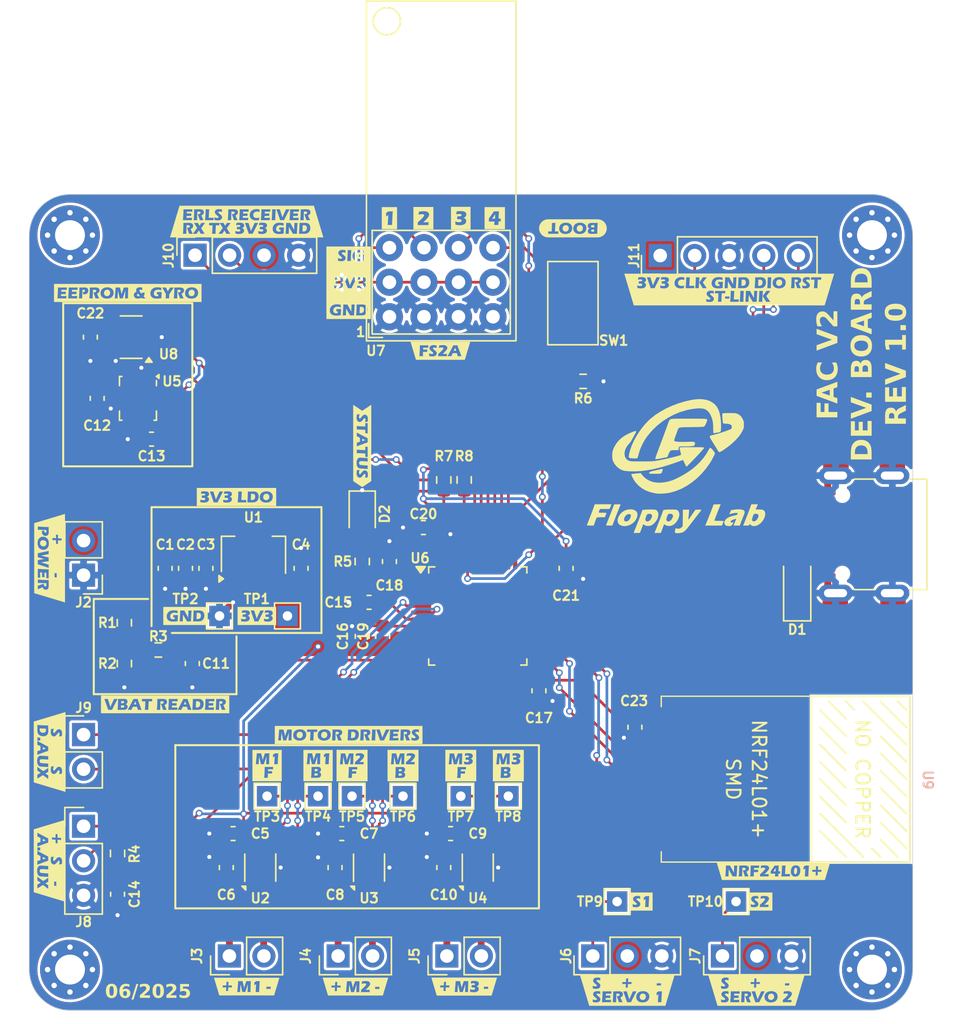
<source format=kicad_pcb>
(kicad_pcb (version 20241229) (generator "pcbnew") (generator_version "9.0")
  (title_block (title "Floppy Ant Controller V2 DEVELOPMENT BOARD") (date "2025-06-22") (rev "1.0") (company "Filippo Castellan"))
  (layers (0 "F.Cu" signal) (2 "B.Cu" signal) (13 "F.Paste" user) (15 "B.Paste" user) (5 "F.SilkS" user "F.Silkscreen") (7 "B.SilkS" user "B.Silkscreen") (1 "F.Mask" user) (3 "B.Mask" user) (25 "Edge.Cuts" user))
  (net 0 "")
  (net 1 "GND")
  (net 2 "+BATT")
  (net 3 "+3V3")
  (net 4 "/MCU and RX/VBAT")
  (net 5 "/MCU and RX/ADC1")
  (net 6 "/MCU and RX/RESET")
  (net 7 "/Power/VUSB")
  (net 8 "Net-(D2-A)")
  (net 9 "/DC Motors/M1+")
  (net 10 "/DC Motors/M1-")
  (net 11 "/DC Motors/M2-")
  (net 12 "/DC Motors/M2+")
  (net 13 "/DC Motors/M3-")
  (net 14 "/DC Motors/M3+")
  (net 15 "/MCU and RX/SERVO1")
  (net 16 "/MCU and RX/SERVO2")
  (net 17 "Net-(J8-Pin_2)")
  (net 18 "/MCU and RX/DIGITAL_AUX1")
  (net 19 "/MCU and RX/DIGITAL_AUX2")
  (net 20 "/MCU and RX/UART2_TX")
  (net 21 "/MCU and RX/UART2_RX")
  (net 22 "/Sensors/VBAT_DIV")
  (net 23 "/MCU and RX/BOOT0")
  (net 24 "/MCU and RX/I2C1_SDA")
  (net 25 "/MCU and RX/I2C1_SCL")
  (net 26 "/DC Motors/PWM_M1_B")
  (net 27 "/DC Motors/PWM_M1_F")
  (net 28 "/DC Motors/PWM_M2_F")
  (net 29 "/DC Motors/PWM_M2_B")
  (net 30 "/DC Motors/PWM_M3_B")
  (net 31 "/DC Motors/PWM_M3_F")
  (net 36 "/MCU and RX/CH1_PPM")
  (net 37 "/MCU and RX/USB_D-")
  (net 39 "/MCU and RX/SPI2_MISO")
  (net 41 "/MCU and RX/SPI2_SCK")
  (net 42 "/MCU and RX/USB_D+")
  (net 44 "/MCU and RX/CH2")
  (net 45 "/MCU and RX/SPI2_NSS")
  (net 47 "/MCU and RX/CH3")
  (net 48 "/MCU and RX/NRF24L01_CE")
  (net 49 "/MCU and RX/SPI2_MOSI")
  (net 51 "/MCU and RX/CH4")
  (net 57 "/MCU and RX/SWDIO")
  (net 58 "/MCU and RX/SWCLK")
  (net 59 "/MCU and RX/STATUS_LED")
  (net 60 "/MCU and RX/NRF24L01_IRQ")
  (footprint "kibuzzard-6859100F" (layer "F.Cu") (at 132.25 91.25)
    (property "Reference" "kibuzzard-6859100F" (hide yes))
    (property "Value" "G***" (hide yes))
  )
  (footprint "TestPoint:TestPoint_THTPad_1.5x1.5mm_Drill0.7mm" (layer "F.Cu") (at 160.25 121)
    (property "Reference" "TP9")
    (property "Value" "S1")
  )
  (footprint "TestPoint:TestPoint_THTPad_1.5x1.5mm_Drill0.7mm" (layer "F.Cu") (at 131 100)
    (property "Reference" "TP2")
    (property "Value" "GND")
  )
  (footprint "kibuzzard-6859109F" (layer "F.Cu") (at 157 71.5 180)
    (property "Reference" "kibuzzard-6859109F" (hide yes))
    (property "Value" "G***" (hide yes))
  )
  (footprint "Connector_PinHeader_2.54mm:PinHeader_1x02_P2.54mm_Vertical" (layer "F.Cu") (at 147.725 125 90)
    (property "Reference" "J5")
    (property "Value" "M3")
  )
  (footprint "Capacitor_SMD:C_0603_1608Metric" (layer "F.Cu") (at 140 116 180)
    (property "Reference" "C7")
    (property "Value" "100n")
  )
  (footprint "Capacitor_SMD:C_0603_1608Metric" (layer "F.Cu") (at 126 87 180)
    (property "Reference" "C13")
    (property "Value" "100n")
  )
  (footprint "kibuzzard-68591131" (layer "F.Cu") (at 152.25 111)
    (property "Reference" "kibuzzard-68591131" (hide yes))
    (property "Value" "G***" (hide yes))
  )
  (footprint "MountingHole:MountingHole_2.2mm_M2_Pad_Via" (layer "F.Cu") (at 179 126)
    (property "Reference" "H3" (hide yes))
    (property "Value" "MountingHole")
  )
  (footprint "Capacitor_SMD:C_0603_1608Metric" (layer "F.Cu") (at 127 96.5 -90)
    (property "Reference" "C1")
    (property "Value" "4.7u")
  )
  (footprint "LOGO" (layer "F.Cu") (at 165 89)
    (property "Reference" "G***" (hide yes))
    (property "Value" "LOGO" (hide yes))
  )
  (footprint "kibuzzard-68591071" (layer "F.Cu") (at 127 106.5)
    (property "Reference" "kibuzzard-68591071" (hide yes))
    (property "Value" "G***" (hide yes))
  )
  (footprint "Connector_PinHeader_2.54mm:PinHeader_1x02_P2.54mm_Vertical" (layer "F.Cu") (at 131.725 125 90)
    (property "Reference" "J3")
    (property "Value" "M1")
  )
  (footprint "kibuzzard-68590E57" (layer "F.Cu") (at 118.5 95.75 -90)
    (property "Reference" "kibuzzard-68590E57" (hide yes))
    (property "Value" "G***" (hide yes))
  )
  (footprint "Package_SON:WSON-8-1EP_2x2mm_P0.5mm_EP0.9x1.6mm" (layer "F.Cu") (at 134 118.5 90)
    (property "Reference" "U2")
    (property "Value" "DRV8837")
  )
  (footprint "kibuzzard-68590F5B" (layer "F.Cu") (at 168.5 76)
    (property "Reference" "kibuzzard-68590F5B" (hide yes))
    (property "Value" "G***" (hide yes))
  )
  (footprint "Capacitor_SMD:C_0603_1608Metric" (layer "F.Cu") (at 142 99 180)
    (property "Reference" "C15")
    (property "Value" "100n")
  )
  (footprint "TestPoint:TestPoint_THTPad_1.5x1.5mm_Drill0.7mm" (layer "F.Cu") (at 169 121)
    (property "Reference" "TP10")
    (property "Value" "S2")
  )
  (footprint "Connector_PinSocket_2.54mm:PinSocket_1x04_P2.54mm_Vertical" (layer "F.Cu") (at 129.2 73.475 90)
    (property "Reference" "J10")
    (property "Value" "ELRS")
  )
  (footprint "kibuzzard-68590DCB" (layer "F.Cu") (at 133 127.25)
    (property "Reference" "kibuzzard-68590DCB" (hide yes))
    (property "Value" "G***" (hide yes))
  )
  (footprint "Package_LGA:LGA-14_3x2.5mm_P0.5mm_LayoutBorder3x4y" (layer "F.Cu") (at 125 84 -90)
    (property "Reference" "U5")
    (property "Value" "LSM6DS3")
  )
  (footprint "kibuzzard-685910F4" (layer "F.Cu") (at 134.5 111)
    (property "Reference" "kibuzzard-685910F4" (hide yes))
    (property "Value" "G***" (hide yes))
  )
  (footprint "Connector_PinHeader_2.54mm:PinHeader_1x03_P2.54mm_Vertical" (layer "F.Cu") (at 121 115.46)
    (property "Reference" "J8")
    (property "Value" "ADC_AUX")
  )
  (footprint "Capacitor_SMD:C_0603_1608Metric" (layer "F.Cu") (at 128.5 96.5 -90)
    (property "Reference" "C2")
    (property "Value" "4.7u")
  )
  (footprint "Package_TO_SOT_SMD:SOT-23-5" (layer "F.Cu") (at 124.5 79.5 180)
    (property "Reference" "U8")
    (property "Value" "AT24C02C")
  )
  (footprint "Capacitor_SMD:C_0603_1608Metric" (layer "F.Cu") (at 141.5 101.5 90)
    (property "Reference" "C16")
    (property "Value" "4.7u")
  )
  (footprint "kibuzzard-68590DE3" (layer "F.Cu") (at 149 127.25)
    (property "Reference" "kibuzzard-68590DE3" (hide yes))
    (property "Value" "G***" (hide yes))
  )
  (footprint "kibuzzard-68591BA5" (layer "F.Cu") (at 148.75 70.75)
    (property "Reference" "kibuzzard-68591BA5" (hide yes))
    (property "Value" "G***" (hide yes))
  )
  (footprint "Connector_PinHeader_2.54mm:PinHeader_1x02_P2.54mm_Vertical" (layer "F.Cu") (at 139.725 125 90)
    (property "Reference" "J4")
    (property "Value" "M2")
  )
  (footprint "kibuzzard-68590DDD" (layer "F.Cu") (at 141 127.25)
    (property "Reference" "kibuzzard-68590DDD" (hide yes))
    (property "Value" "G***" (hide yes))
  )
  (footprint "Capacitor_SMD:C_0603_1608Metric" (layer "F.Cu") (at 132 116 180)
    (property "Reference" "C5")
    (property "Value" "100n")
  )
  (footprint "Connector_PinHeader_2.54mm:PinHeader_1x05_P2.54mm_Vertical" (layer "F.Cu") (at 163.42 73.5 90)
    (property "Reference" "J11")
    (property "Value" "ST-LINK")
  )
  (footprint "Package_QFP:LQFP-48_7x7mm_P0.5mm" (layer "F.Cu") (at 150 100)
    (property "Reference" "U6")
    (property "Value" "STM32F072CBTx")
  )
  (footprint "kibuzzard-68590DA6" (layer "F.Cu") (at 161 127.5)
    (property "Reference" "kibuzzard-68590DA6" (hide yes))
    (property "Value" "G***" (hide yes))
  )
  (footprint "kibuzzard-6859112C" (layer "F.Cu") (at 148.75 111)
    (property "Reference" "kibuzzard-6859112C" (hide yes))
    (property "Value" "G***" (hide yes))
  )
  (footprint "Capacitor_SMD:C_0603_1608Metric" (layer "F.Cu") (at 139.5 118.5 90)
    (property "Reference" "C8")
    (property "Value" "4.7u")
  )
  (footprint "Capacitor_SMD:C_0603_1608Metric" (layer "F.Cu") (at 131.5 118.5 90)
    (property "Reference" "C6")
    (property "Value" "4.7u")
  )
  (footprint "MountingHole:MountingHole_2.2mm_M2_Pad_Via" (layer "F.Cu") (at 120 72)
    (property "Reference" "H1" (hide yes))
    (property "Value" "MountingHole")
  )
  (footprint "Capacitor_SMD:C_0603_1608Metric" (layer "F.Cu") (at 123.5 120.46 90)
    (property "Reference" "C14")
    (property "Value" "100n")
  )
  (footprint "Capacitor_SMD:C_0603_1608Metric" (layer "F.Cu") (at 148 116 180)
    (property "Reference" "C9")
    (property "Value" "100n")
  )
  (footprint "Capacitor_SMD:C_0603_1608Metric" (layer "F.Cu") (at 122 84 -90)
    (property "Reference" "C12")
    (property "Value" "100n")
  )
  (footprint "Capacitor_SMD:C_0603_1608Metric" (layer "F.Cu") (at 137 96.5 90)
    (property "Reference" "C4")
    (property "Value" "4.7u")
  )
  (footprint "kibuzzard-685911EF" (layer "F.Cu") (at 170.75 121)
    (property "Reference" "kibuzzard-685911EF" (hide yes))
    (property "Value" "G***" (hide yes))
  )
  (footprint "kibuzzard-68591112" (layer "F.Cu") (at 138.25 111)
    (property "Reference" "kibuzzard-68591112" (hide yes))
    (property "Value" "G***" (hide yes))
  )
  (footprint "Connector_PinHeader_2.54mm:PinHeader_1x03_P2.54mm_Vertical" (layer "F.Cu") (at 158.46 125 90)
    (property "Reference" "J6")
    (property "Value" "servo 1")
  )
  (footprint "kibuzzard-68590F79" (layer "F.Cu") (at 171.75 118.75)
    (property "Reference" "kibuzzard-68590F79" (hide yes))
    (property "Value" "G***" (hide yes))
  )
  (footprint "Capacitor_SMD:C_0603_1608Metric" (layer "F.Cu") (at 146 93.5 180)
    (property "Reference" "C20")
    (property "Value" "100n")
  )
  (footprint "kibuzzard-68590E11" (layer "F.Cu") (at 118.5 118 -90)
    (property "Reference" "kibuzzard-68590E11" (hide yes))
    (property "Value" "G***" (hide yes))
  )
  (footprint "_My_modules:NRF24L01+ SMD" (layer "F.Cu") (at 175.5625 112 -90)
    (property "Reference" "U9")
    (property "Value" "NRF24L01")
  )
  (footprint "Resistor_SMD:R_0603_1608Metric" (layer "F.Cu") (at 126.5 102.5)
    (property "Reference" "R3")
    (property "Value" "10k")
  )
  (footprint "Diode_SMD:D_SOD-123" (layer "F.Cu") (at 173.5 98 90)
    (property "Reference" "D1")
    (property "Value" "SD103AWS")
  )
  (footprint "Resistor_SMD:R_0603_1608Metric" (layer "F.Cu") (at 123.5 117.46 -90)
    (property "Reference" "R4")
    (property "Value" "5.1k")
  )
  (footprint "kibuzzard-6859170A" (layer "F.Cu") (at 140.5 75.5)
    (property "Reference" "kibuzzard-6859170A" (hide yes))
    (property "Value" "G***" (hide yes))
  )
  (footprint "TestPoint:TestPoint_THTPad_1.5x1.5mm_Drill0.7mm" (layer "F.Cu") (at 148.75 113.25)
    (property "Reference" "TP7")
    (property "Value" "M3 IN1")
  )
  (footprint "Connector_PinHeader_2.54mm:PinHeader_1x02_P2.54mm_Vertical" (layer "F.Cu") (at 121 108.725)
    (property "Reference" "J9")
    (property "Value" "DIGITAL_AUX")
  )
  (footprint "kibuzzard-6859102F" (layer "F.Cu") (at 124.25 76.25)
    (property "Reference" "kibuzzard-6859102F" (hide yes))
    (property "Value" "G***" (hide yes))
  )
  (footprint "TestPoint:TestPoint_THTPad_1.5x1.5mm_Drill0.7mm" (layer "F.Cu") (at 144.5 113.25)
    (property "Reference" "TP6")
    (property "Value" "M2 IN2")
  )
  (footprint "kibuzzard-68590F1F" (layer "F.Cu") (at 147.25 80.5)
    (property "Reference" "kibuzzard-68590F1F" (hide yes))
    (property "Value" "G***" (hide yes))
  )
  (footprint "Resistor_SMD:R_0603_1608Metric" (layer "F.Cu") (at 124 100.5 -90)
    (property "Reference" "R1")
    (property "Value" "10k")
  )
  (footprint "kibuzzard-68591192" (layer "F.Cu") (at 128.5 100)
    (property "Reference" "kibuzzard-68591192" (hide yes))
    (property "Value" "G***" (hide yes))
  )
  (footprint "TestPoint:TestPoint_THTPad_1.5x1.5mm_Drill0.7mm" (layer "F.Cu") (at 138.25 113.25)
    (property "Reference" "TP4")
    (property "Value" "M1 IN2")
  )
  (footprint "kibuzzard-685916F6" (layer "F.Cu") (at 133 71)
    (property "Reference" "kibuzzard-685916F6" (hide yes))
    (property "Value" "G***" (hide yes))
  )
  (footprint "Package_SON:WSON-8-1EP_2x2mm_P0.5mm_EP0.9x1.6mm" (layer "F.Cu") (at 142 118.5 90)
    (property "Reference" "U3")
    (property "Value" "DRV8837")
  )
  (footprint "Package_SON:WSON-8-1EP_2x2mm_P0.5mm_EP0.9x1.6mm" (layer "F.Cu") (at 150 118.5 90)
    (property "Reference" "U4")
    (property "Value" "DRV8837")
  )
  (footprint "_My_modules:FS2A 4CH reciever" (layer "F.Cu") (at 143.5 78)
    (property "Reference" "U7")
    (property "Value" "FS2A 4CH reciever")
  )
  (footprint "TestPoint:TestPoint_THTPad_1.5x1.5mm_Drill0.7mm" (layer "F.Cu") (at 136 100)
    (property "Reference" "TP1")
    (property "Value" "3V3")
  )
  (footprint "kibuzzard-68590E35" (layer "F.Cu") (at 118.5 110 -90)
    (property "Reference" "kibuzzard-68590E35" (hide yes))
    (property "Value" "G***" (hide yes))
  )
  (footprint "Capacitor_SMD:C_0603_1608Metric" (layer "F.Cu") (at 130 96.5 -90)
    (property "Reference" "C3")
    (property "Value" "4.7u")
  )
  (footprint "Resistor_SMD:R_0603_1608Metric" (layer "F.Cu") (at 149 90 90)
    (property "Reference" "R8")
    (property "Value" "5.1k")
  )
  (footprint "MountingHole:MountingHole_2.2mm_M2_Pad_Via" (layer "F.Cu") (at 179 72)
    (property "Reference" "H2" (hide yes))
    (property "Value" "MountingHole")
  )
  (footprint "Resistor_SMD:R_0603_1608Metric" (layer "F.Cu") (at 141.5 96 90)
    (property "Reference" "R5")
    (property "Value" "1.5k")
  )
  (footprint "_MIA footprint:USB_C_304A-ACP16X" (layer "F.Cu") (at 180.5 94 90)
    (property "Reference" "J1" (hide yes))
    (property "Value" "USB-C_304A-ACP16X")
  )
  (footprint "Package_TO_SOT_SMD:SOT-89-3" (layer "F.Cu") (at 133.5 95.5 90)
    (property "Reference" "U1")
    (property "Value" "GM7333")
  )
  (footprint "TestPoint:TestPoint_THTPad_1.5x1.5mm_Drill0.7mm" (layer "F.Cu") (at 152.25 113.25)
    (property "Reference" "TP8")
    (property "Value" "M3 IN2")
  )
  (footprint "kibuzzard-685911E8" (layer "F.Cu") (at 162 121)
    (property "Reference" "kibuzzard-685911E8" (hide yes))
    (property "Value" "G***" (hide yes))
  )
  (footprint "LED_SMD:LED_0805_2012Metric" (layer "F.Cu") (at 141.5 92.5 -90)
    (property "Reference" "D2")
    (property "Value" "STATUS")
  )
  (footprint "TestPoint:TestPoint_THTPad_1.5x1.5mm_Drill0.7mm" (layer "F.Cu") (at 140.75 113.25)
    (property "Reference" "TP5")
    (property "Value" "M2 IN1")
  )
  (footprint "kibuzzard-68591B9B" (layer "F.Cu") (at 146 70.75)
    (property "Reference" "kibuzzard-68591B9B" (hide yes))
    (property "Value" "G***" (hide yes))
  )
  (footprint "Resistor_SMD:R_0603_1608Metric" (layer "F.Cu") (at 124 103.5 -90)
    (property "Reference" "R2")
    (property "Value" "1.5k")
  )
  (footprint "kibuzzard-6859111F" (layer "F.Cu") (at 140.75 111)
    (property "Reference" "kibuzzard-6859111F" (hide yes))
    (property "Value" "G***" (hide yes))
  )
  (footprint "Capacitor_SMD:C_0603_1608Metric" (layer "F.Cu") (at 129 103.5 90)
    (property "Reference" "C11")
    (property "Value" "4.7u")
  )
  (footprint "Button_Switch_SMD:SW_SPST_CK_RS282G05A3" (layer "F.Cu") (at 157 77 -90)
    (property "Reference" "SW1")
    (property "Value" "BOOT")
  )
  (footprint "Capacitor_SMD:C_0603_1608Metric" (layer "F.Cu") (at 121.5 79.5 -90)
    (property "Reference" "C22")
    (property "Value" "100n")
  )
  (footprint "Connector_PinHeader_2.54mm:PinHeader_1x03_P2.54mm_Vertical" (layer "F.Cu") (at 168 125 90)
    (property "Reference" "J7")
    (property "Value" "servo 2")
  )
  (footprint "kibuzzard-68591152" (layer "F.Cu") (at 141.5 87.5 -90)
    (property "Reference" "kibuzzard-68591152" (hide yes))
    (property "Value" "G***" (hide yes))
  )
  (footprint "Capacitor_SMD:C_0603_1608Metric" (layer "F.Cu") (at 161.561637 108.177973 -90)
    (property "Reference" "C23")
    (property "Value" "4.7u")
  )
  (footprint "TestPoint:TestPoint_THTPad_1.5x1.5mm_Drill0.7mm" (layer "F.Cu") (at 134.5 113.25)
    (property "Reference" "TP3")
    (property "Value" "M1 IN1")
  )
  (footprint "Capacitor_SMD:C_0603_1608Metric" (layer "F.Cu") (at 154.5 105.5 -90)
    (property "Reference" "C17")
    (property "Value" "100n")
  )
  (footprint "kibuzzard-68591B85" (layer "F.Cu") (at 143.5 70.75)
    (property "Reference" "kibuzzard-68591B85" (hide yes))
    (property "Value" "G***" (hide yes))
  )
  (footprint "kibuzzard-68590DB3" (layer "F.Cu") (at 170.5 127.5)
    (property "Reference" "kibuzzard-68590DB3" (hide yes))
    (property "Value" "G***" (hide yes))
  )
  (footprint "kibuzzard-6859119B" (layer "F.Cu") (at 133.75 100)
    (property "Reference" "kibuzzard-6859119B" (hide yes))
    (property "Value" "G***" (hide yes))
  )
  (footprint "Capacitor_SMD:C_0603_1608Metric" (layer "F.Cu") (at 156.5 96.5 -90)
    (property "Reference" "C21")
    (property "Value" "100n")
  )
  (footprint "Resistor_SMD:R_0603_1608Metric" (layer "F.Cu") (at 147.5 90 90)
    (property "Reference" "R7")
    (property "Value" "5.1k")
  )
  (footprint "Capacitor_SMD:C_0603_1608Metric" (layer "F.Cu") (at 143.5 96 90)
    (property "Reference" "C18")
    (property "Value" "100n")
  )
  (footprint "MountingHole:MountingHole_2.2mm_M2_Pad_Via" (layer "F.Cu") (at 120 126)
    (property "Reference" "H4" (hide yes))
    (property "Value" "MountingHole")
  )
  (footprint "kibuzzard-68591052" (layer "F.Cu") (at 140.5 108.75)
    (property "Reference" "kibuzzard-68591052" (hide yes))
    (property "Value" "G***" (hide yes))
  )
  (footprint "Capacitor_SMD:C_0603_1608Metric" (layer "F.Cu") (at 147.5 118.5 90)
    (property "Reference" "C10")
    (property "Value" "4.7u")
  )
  (footprint "Resistor_SMD:R_0603_1608Metric" (layer "F.Cu") (at 157.75 82.75)
    (property "Reference" "R6")
    (property "Value" "5.1k")
  )
  (footprint "Connector_PinHeader_2.54mm:PinHeader_1x02_P2.54mm_Vertical" (layer "F.Cu") (at 121 97 180)
    (property "Reference" "J2")
    (property "Value" "2s Battery")
  )
  (footprint "Capacitor_SMD:C_0603_1608Metric" (layer "F.Cu") (at 143 101.5 90)
    (property "Reference" "C19")
    (property "Value" "100n")
  )
  (footprint "kibuzzard-68591123" (layer "F.Cu") (at 144.5 111)
    (property "Reference" "kibuzzard-68591123" (hide yes))
    (property "Value" "G***" (hide yes))
  )
  (footprint "kibuzzard-68591BA8" (layer "F.Cu") (at 151.25 70.75)
    (property "Reference" "kibuzzard-68591BA8" (hide yes))
    (property "Value" "G***" (hide yes))
  )
  (gr_line (start 138.5 101.25) (end 127.5 101.25) (stroke (width 0.15)) (layer "F.SilkS"))
  (gr_line (start 132.25 105.75) (end 121.75 105.75) (stroke (width 0.15)) (layer "F.SilkS"))
  (gr_line (start 121.75 105.75) (end 121.75 98.75) (stroke (width 0.15)) (layer "F.SilkS"))
  (gr_line (start 138.5 101.25) (end 138.5 92) (stroke (width 0.15)) (layer "F.SilkS"))
  (gr_rect (start 119.5 77) (end 129 89) (stroke (width 0.15)) (fill no) (layer "F.SilkS"))
  (gr_line (start 138.5 92) (end 126 92) (stroke (width 0.15)) (layer "F.SilkS"))
  (gr_line (start 126 92) (end 126 100.75) (stroke (width 0.15)) (layer "F.SilkS"))
  (gr_line (start 121.75 98.75) (end 125.75 98.75) (stroke (width 0.15)) (layer "F.SilkS"))
  (gr_line (start 132.25 101.5) (end 132.25 105.75) (stroke (width 0.15)) (layer "F.SilkS"))
  (gr_rect (start 127.75 109.5) (end 154.5 121.5) (stroke (width 0.15)) (fill no) (layer "F.SilkS"))
  (gr_line (start 117 72) (end 117 126) (stroke (width 0.05)) (layer "Edge.Cuts"))
  (gr_arc (start 179 69) (mid 181.12132 69.87868) (end 182 72) (stroke (width 0.05)) (layer "Edge.Cuts"))
  (gr_arc (start 117 72) (mid 117.87868 69.87868) (end 120 69) (stroke (width 0.05)) (layer "Edge.Cuts"))
  (gr_arc (start 182 126) (mid 181.12132 128.12132) (end 179 129) (stroke (width 0.05)) (layer "Edge.Cuts"))
  (gr_arc (start 120 129) (mid 117.87868 128.12132) (end 117 126) (stroke (width 0.05)) (layer "Edge.Cuts"))
  (gr_line (start 179 69) (end 120 69) (stroke (width 0.05)) (layer "Edge.Cuts"))
  (gr_line (start 182 126) (end 182 72) (stroke (width 0.05)) (layer "Edge.Cuts"))
  (gr_line (start 120 129) (end 179 129) (stroke (width 0.05)) (layer "Edge.Cuts"))
  (gr_text "06/2025" (at 125.75 128.25 0) (layer "F.SilkS") (effects (font (size 1 1) (thickness 0.15) (bold yes)) (justify bottom)))
  (gr_text "FAC V2\nDEV. BOARD\nREV 1.0" (at 181.75 81.5 90) (layer "F.SilkS") (effects (font (size 1.5 1.5) (thickness 0.15) (bold yes)) (justify bottom)))
  (segment (start 129 104.275) (end 129 105.25) (width 0.5) (layer "F.Cu") (net 1))
  (segment (start 141.225 99) (end 140.5 99) (width 0.2) (layer "F.Cu") (net 1))
  (segment (start 138.775 117.725) (end 139.5 117.725) (width 0.5) (layer "F.Cu") (net 1))
  (segment (start 134 118.5) (end 135 118.5) (width 0.5) (layer "F.Cu") (net 1))
  (segment (start 142.826 119.04807) (end 142.826 118.674) (width 0.5) (layer "F.Cu") (net 1))
  (segment (start 155.475 106.275) (end 155.5 106.25) (width 0.2) (layer "F.Cu") (net 1))
  (segment (start 142 118.5) (end 143 118.5) (width 0.5) (layer "F.Cu") (net 1))
  (segment (start 125.6375 79.5) (end 126.75 79.5) (width 0.5) (layer "F.Cu") (net 1))
  (segment (start 150.826 118.576) (end 150.826 119.45) (width 0.5) (layer "F.Cu") (net 1))
  (segment (start 154.5 106.275) (end 155.475 106.275) (width 0.2) (layer "F.Cu") (net 1))
  (segment (start 147.75 94.223526) (end 147.75 95.8375) (width 0.2) (layer "F.Cu") (net 1))
  (segment (start 143 118.5) (end 143.5 118.5) (width 0.5) (layer "F.Cu") (net 1))
  (segment (start 121.5 81.25) (end 121.5 80.275) (width 0.5) (layer "F.Cu") (net 1))
  (segment (start 157.75 97.275) (end 156.5 97.275) (width 0.2) (layer "F.Cu") (net 1))
  (segment (start 141.5 100.725) (end 143 100.725) (width 0.2) (layer "F.Cu") (net 1))
  (segment (start 139.225 116) (end 138.25 116) (width 0.5) (layer "F.Cu") (net 1))
  (segment (start 175.745 90.255) (end 176.32 89.68) (width 0.5) (layer "F.Cu") (net 1))
  (segment (start 160.75 108.952973) (end 161.561637 108.952973) (width 0.5) (layer "F.Cu") (net 1))
  (segment (start 155.25 97.75) (end 155.725 97.275) (width 0.2) (layer "F.Cu") (net 1))
  (segment (start 150.75 118.5) (end 150.826 118.576) (width 0.5) (layer "F.Cu") (net 1))
  (segment (start 175.745 90.8) (end 175.745 90.255) (width 0.5) (layer "F.Cu") (net 1))
  (segment (start 143.025 100.75) (end 143 100.725) (width 0.2) (layer "F.Cu") (net 1))
  (segment (start 153.591176 106.275) (end 154.5 106.275) (width 0.2) (layer "F.Cu") (net 1))
  (segment (start 138.75 117.75) (end 138.775 117.725) (width 0.5) (layer "F.Cu") (net 1))
  (segment (start 161.595 108.87) (end 161.561637 108.903363) (width 0.5) (layer "F.Cu") (net 1))
  (segment (start 140.775 100.725) (end 141.5 100.725) (width 0.2) (layer "F.Cu") (net 1))
  (segment (start 140.75 100.75) (end 140.775 100.725) (width 0.2) (layer "F.Cu") (net 1))
  (segment (start 130.25 117.719672) (end 130.255328 117.725) (width 0.5) (layer "F.Cu") (net 1))
  (segment (start 130 97.275) (end 130 98) (width 0.5) (layer "F.Cu") (net 1))
  (segment (start 124 105.25) (end 124 104.325) (width 0.5) (layer "F.Cu") (net 1))
  (segment (start 135 118.5) (end 135.5 118.5) (width 0.5) (layer "F.Cu") (net 1))
  (segment (start 142.826 118.674) (end 143 118.5) (width 0.5) (layer "F.Cu") (net 1))
  (segment (start 138.25 117.75) (end 138.75 117.75) (width 0.5) (layer "F.Cu") (net 1))
  (segment (start 141.5 91.5625) (end 141.5 90.75) (width 0.2) (layer "F.Cu") (net 1))
  (segment (start 125.225 87) (end 124.25 87) (width 0.5) (layer "F.Cu") (net 1))
  (segment (start 147.225 116) (end 146.25 116) (width 0.5) (layer "F.Cu") (net 1))
  (segment (start 123.5 121.235) (end 123.5 122) (width 0.5) (layer "F.Cu") (net 1))
  (segment (start 132 99) (end 131 100) (width 0.5) (layer "F.Cu") (net 1))
  (segment (start 147.986763 93.986763) (end 147.75 94.223526) (width 0.2) (layer "F.Cu") (net 1))
  (segment (start 158.575 82.75) (end 159.25 82.75) (width 0.5) (layer "F.Cu") (net 1))
  (segment (start 145.225 93.5) (end 144.5 93.5) (width 0.2) (layer "F.Cu") (net 1))
  (segment (start 142.826 119.04807) (end 142.826 119.45) (width 0.5) (layer "F.Cu") (net 1))
  (segment (start 123 84.75) (end 122.975 84.775) (width 0.5) (layer "F.Cu") (net 1))
  (segment (start 145.8375 100.75) (end 143.025 100.75) (width 0.2) (layer "F.Cu") (net 1))
  (segment (start 127 97.275) (end 127 98) (width 0.5) (layer "F.Cu") (net 1))
  (segment (start 132 97.45) (end 132 99) (width 0.5) (layer "F.Cu") (net 1))
  (segment (start 152.25 104.1625) (end 152.25 104.933824) (width 0.2) (layer "F.Cu") (net 1))
  (segment (start 161.561637 108.903363) (end 161.561637 108.952973) (width 0.5) (layer "F.Cu") (net 1))
  (segment (start 152.25 104.933824) (end 153.591176 106.275) (width 0.2) (layer "F.Cu") (net 1))
  (segment (start 134.826 118.674) (end 134.826 119.45) (width 0.5) (layer "F.Cu") (net 1))
  (segment (start 137 95.725) (end 137 95) (width 0.2) (layer "F.Cu") (net 1))
  (segment (start 164.0625 108.87) (end 161.595 108.87) (width 0.5) (layer "F.Cu") (net 1))
  (segment (start 128.5 97.275) (end 128.5 98) (width 0.5) (layer "F.Cu") (net 1))
  (segment (start 135 118.5) (end 134.826 118.674) (width 0.5) (layer "F.Cu") (net 1))
  (segment (start 150 118.5) (end 150.75 118.5) (width 0.5) (layer "F.Cu") (net 1))
  (segment (start 131.225 116) (end 130.25 116) (width 0.5) (layer "F.Cu") (net 1))
  (segment (start 155.725 97.275) (end 156.5 97.275) (width 0.2) (layer "F.Cu") (net 1))
  (segment (start 122.975 84.775) (end 122 84.775) (width 0.5) (layer "F.Cu") (net 1))
  (segment (start 143.5 95.225) (end 143.5 94.5) (width 0.2) (layer "F.Cu") (net 1))
  (segment (start 130.255328 117.725) (end 131.5 117.725) (width 0.5) (layer "F.Cu") (net 1))
  (segment (start 142.826 118.5) (end 142.826 119.04807) (width 0.5) (layer "F.Cu") (net 1))
  (segment (start 142 118.5) (end 142.826 118.5) (width 0.5) (layer "F.Cu") (net 1))
  (segment (start 146.25 117.725) (end 147.5 117.725) (width 0.5) (layer "F.Cu") (net 1))
  (segment (start 150.75 118.5) (end 151.5 118.5) (width 0.5) (layer "F.Cu") (net 1))
  (segment (start 154.1625 97.75) (end 155.25 97.75) (width 0.2) (layer "F.Cu") (net 1))
  (segment (start 175.745 97.2) (end 175.745 97.745) (width 0.5) (layer "F.Cu") (net 1))
  (segment (start 123.3625 81.25) (end 123.3625 80.45) (width 0.5) (layer "F.Cu") (net 1))
  (segment (start 175.745 97.745) (end 176.32 98.32) (width 0.5) (layer "F.Cu") (net 1))
  (via (at 143.5 118.5) (size 0.6) (drill 0.3) (layers "F.Cu" "B.Cu") (net 1))
  (via (at 123.5 122) (size 0.6) (drill 0.3) (layers "F.Cu" "B.Cu") (net 1))
  (via (at 135.5 118.5) (size 0.6) (drill 0.3) (layers "F.Cu" "B.Cu") (net 1))
  (via (at 141.5 90.75) (size 0.6) (drill 0.3) (layers "F.Cu" "B.Cu") (net 1))
  (via (at 159.25 82.75) (size 0.6) (drill 0.3) (layers "F.Cu" "B.Cu") (net 1))
  (via (at 160.75 108.952973) (size 0.6) (drill 0.3) (layers "F.Cu" "B.Cu") (net 1))
  (via (at 121.5 81.25) (size 0.6) (drill 0.3) (layers "F.Cu" "B.Cu") (net 1))
  (via (at 144.5 93.5) (size 0.6) (drill 0.3) (layers "F.Cu" "B.Cu") (net 1))
  (via (at 151.5 118.5) (size 0.6) (drill 0.3) (layers "F.Cu" "B.Cu") (net 1))
  (via (at 146.25 117.725) (size 0.6) (drill 0.3) (layers "F.Cu" "B.Cu") (net 1))
  (via (at 143.5 94.5) (size 0.6) (drill 0.3) (layers "F.Cu" "B.Cu") (net 1))
  (via (at 130.25 117.719672) (size 0.6) (drill 0.3) (layers "F.Cu" "B.Cu") (net 1))
  (via (at 138.25 116) (size 0.6) (drill 0.3) (layers "F.Cu" "B.Cu") (net 1))
  (via (at 129 105.25) (size 0.6) (drill 0.3) (layers "F.Cu" "B.Cu") (net 1))
  (via (at 157.75 97.275) (size 0.6) (drill 0.3) (layers "F.Cu" "B.Cu") (net 1))
  (via (at 147.986763 93.986763) (size 0.6) (drill 0.3) (layers "F.Cu" "B.Cu") (net 1))
  (via (at 130.25 116) (size 0.6) (drill 0.3) (layers "F.Cu" "B.Cu") (net 1))
  (via (at 124.25 87) (size 0.6) (drill 0.3) (layers "F.Cu" "B.Cu") (net 1))
  (via (at 132 99) (size 0.5) (drill 0.3) (layers "F.Cu" "B.Cu") (net 1))
  (via (at 123 84.75) (size 0.6) (drill 0.3) (layers "F.Cu" "B.Cu") (net 1))
  (via (at 130 98) (size 0.6) (drill 0.3) (layers "F.Cu" "B.Cu") (net 1))
  (via (at 127 98) (size 0.6) (drill 0.3) (layers "F.Cu" "B.Cu") (net 1))
  (via (at 137 95) (size 0.6) (drill 0.3) (layers "F.Cu" "B.Cu") (net 1))
  (via (at 125.25 81.75) (size 0.5) (drill 0.3) (layers "F.Cu" "B.Cu") (net 1))
  (via (at 128.5 98) (size 0.6) (drill 0.3) (layers "F.Cu" "B.Cu") (net 1))
  (via (at 155.5 106.25) (size 0.6) (drill 0.3) (layers "F.Cu" "B.Cu") (net 1))
  (via (at 126.75 79.5) (size 0.6) (drill 0.3) (layers "F.Cu" "B.Cu") (net 1))
  (via (at 146.25 116) (size 0.6) (drill 0.3) (layers "F.Cu" "B.Cu") (net 1))
  (via (at 140.5 99) (size 0.6) (drill 0.3) (layers "F.Cu" "B.Cu") (net 1))
  (via (at 140.75 100.75) (size 0.6) (drill 0.3) (layers "F.Cu" "B.Cu") (net 1))
  (via (at 123.3625 81.25) (size 0.6) (drill 0.3) (layers "F.Cu" "B.Cu") (net 1))
  (via (at 138.25 117.75) (size 0.6) (drill 0.3) (layers "F.Cu" "B.Cu") (net 1))
  (via (at 124 105.25) (size 0.6) (drill 0.3) (layers "F.Cu" "B.Cu") (net 1))
  (segment (start 139.5 119.275) (end 139.675 119.45) (width 0.5) (layer "F.Cu") (net 2))
  (segment (start 127 95.725) (end 128.5 95.725) (width 0.5) (layer "F.Cu") (net 2))
  (segment (start 170.54 125) (end 170.54 122.96) (width 0.5) (layer "F.Cu") (net 2))
  (segment (start 133.5 96) (end 133.225 95.725) (width 0.5) (layer "F.Cu") (net 2))
  (segment (start 147.5 119.275) (end 147.675 119.45) (width 0.5) (layer "F.Cu") (net 2))
  (segment (start 124 97.65) (end 124 96.5) (width 0.5) (layer "F.Cu") (net 2))
  (segment (start 128.5 95.725) (end 130 95.725) (width 0.5) (layer "F.Cu") (net 2))
  (segment (start 133.5 97.3625) (end 133.5 96) (width 0.5) (layer "F.Cu") (net 2))
  (segment (start 131.5 119.275) (end 131.675 119.45) (width 0.5) (layer "F.Cu") (net 2))
  (segment (start 170.54 122.96) (end 173.5 120) (width 0.5) (layer "F.Cu") (net 2))
  (segment (start 121.11 94.35) (end 121 94.46) (width 0.5) (layer "F.Cu") (net 2))
  (segment (start 139.675 119.45) (end 141.174 119.45) (width 0.5) (layer "F.Cu") (net 2))
  (segment (start 173.5 120) (end 173.5 99.65) (width 0.5) (layer "F.Cu") (net 2))
  (segment (start 147.675 119.45) (end 149.174 119.45) (width 0.5) (layer "F.Cu") (net 2))
  (segment (start 131.675 119.45) (end 133.174 119.45) (width 0.5) (layer "F.Cu") (net 2))
  (segment (start 124 96.5) (end 124.775 95.725) (width 0.5) (layer "F.Cu") (net 2))
  (segment (start 133.225 95.725) (end 130 95.725) (width 0.5) (layer "F.Cu") (net 2))
  (segment (start 124 97.65) (end 124 99.675) (width 0.5) (layer "F.Cu") (net 2))
  (segment (start 124.775 95.725) (end 127 95.725) (width 0.5) (layer "F.Cu") (net 2))
  (segment (start 148.775 116) (end 148.775 115.025) (width 0.2) (layer "F.Cu") (net 3))
  (segment (start 135 99) (end 136 100) (width 0.2) (layer "F.Cu") (net 3))
  (segment (start 148.775 115.025) (end 148.25 114.5) (width 0.2) (layer "F.Cu") (net 3))
  (segment (start 136 114.5) (end 132.775 114.5) (width 0.2) (layer "F.Cu") (net 3))
  (segment (start 140.75 114.5) (end 136 114.5) (width 0.2) (layer "F.Cu") (net 3))
  (segment (start 151.5 101.25) (end 150.608824 101.25) (width 0.2) (layer "F.Cu") (net 3))
  (segment (start 149.75 117.55) (end 149.25 117.55) (width 0.2) (layer "F.Cu") (net 3))
  (segment (start 134.28 70.53) (end 134.25 70.5) (width 0.2) (layer "F.Cu") (net 3))
  (segment (start 121.675 78.55) (end 121.5 78.725) (width 0.2) (layer "F.Cu") (net 3))
  (segment (start 141.75 117.55) (end 141.25 117.55) (width 0.2) (layer "F.Cu") (net 3))
  (segment (start 129.5 114.5) (end 128.54 115.46) (width 0.2) (layer "F.Cu") (net 3))
  (segment (start 120.5 83.225) (end 120.5 85.099943) (width 0.2) (layer "F.Cu") (net 3))
  (segment (start 152.75 104.1625) (end 153.9375 104.1625) (width 0.2) (layer "F.Cu") (net 3))
  (segment (start 134.25 70.5) (end 133.5 70.5) (width 0.2) (layer "F.Cu") (net 3))
  (segment (start 138.25 102.25) (end 136 100) (width 0.2) (layer "F.Cu") (net 3))
  (segment (start 136.265 75.46) (end 134.28 73.475) (width 0.2) (layer "F.Cu") (net 3))
  (segment (start 124.75 70.5) (end 123.3625 71.8875) (width 0.2) (layer "F.Cu") (net 3))
  (segment (start 152.75 104.1625) (end 152.75 102.5) (width 0.2) (layer "F.Cu") (net 3))
  (segment (start 157.475 104.725) (end 154.5 104.725) (width 0.2) (layer "F.Cu") (net 3))
  (segment (start 133.5 70.5) (end 156 70.5) (width 0.2) (layer "F.Cu") (net 3))
  (segment (start 161.875 107.6) (end 161.677973 107.402973) (width 0.2) (layer "F.Cu") (net 3))
  (segment (start 140.775 116) (end 140.775 114.525) (width 0.2) (layer "F.Cu") (net 3))
  (segment (start 123.3625 78.55) (end 121.675 78.55) (width 0.2) (layer "F.Cu") (net 3))
  (segment (start 148.58 75.46) (end 146.04 75.46) (width 0.2) (layer "F.Cu") (net 3))
  (segment (start 133.25 117.25) (end 133.25 117.55) (width 0.2) (layer "F.Cu") (net 3))
  (segment (start 149.25 117.55) (end 149.25 117.25) (width 0.2) (layer "F.Cu") (net 3))
  (segment (start 140 96) (end 142.725 96) (width 0.2) (layer "F.Cu") (net 3))
  (segment (start 146 89.25) (end 146.075 89.175) (width 0.2) (layer "F.Cu") (net 3))
  (segment (start 124.25 85.526848) (end 124.723152 86) (width 0.2) (layer "F.Cu") (net 3))
  (segment (start 141.25 117.25) (end 140.775 116.775) (width 0.2) (layer "F.Cu") (net 3))
  (segment (start 146 91.375) (end 146 91.5) (width 0.2) (layer "F.Cu") (net 3))
  (segment (start 157 71.5) (end 157 73.1) (width 0.2) (layer "F.Cu") (net 3))
  (segment (start 152.75 102.5) (end 151.5 101.25) (width 0.2) (layer "F.Cu") (net 3))
  (segment (start 125.9125 84.5) (end 126.5 84.5) (width 0.2) (layer "F.Cu") (net 3))
  (segment (start 156.5 95.725) (end 156.5 94.5) (width 0.2) (layer "F.Cu") (net 3))
  (segment (start 124.0875 83.5) (end 123.5 83.5) (width 0.2) (layer "F.Cu") (net 3))
  (segment (start 143.5 75.46) (end 146.04 75.46) (width 0.2) (layer "F.Cu") (net 3))
  (segment (start 149.25 117.25) (end 148.775 116.775) (width 0.2) (layer "F.Cu") (net 3))
  (segment (start 138.725 97.275) (end 140 96) (width 0.2) (layer "F.Cu") (net 3))
  (segment (start 134.28 73.475) (end 134.28 70.53) (width 0.2) (layer "F.Cu") (net 3))
  (segment (start 132.775 116) (end 132.775 116.775) (width 0.2) (layer "F.Cu") (net 3))
  (segment (start 164.0625 107.6) (end 161.875 107.6) (width 0.2) (layer "F.Cu") (net 3))
  (segment (start 126.5 84.5) (end 126.775 84.775) (width 0.2) (layer "F.Cu") (net 3))
  (segment (start 154.1625 96.8375) (end 155.275 95.725) (width 0.2) (layer "F.Cu") (net 3))
  (segment (start 154.1625 97.25) (end 154.1625 96.8375) (width 0.2) (layer "F.Cu") (net 3))
  (segment (start 120.5 85.099943) (end 121.400057 86) (width 0.2) (layer "F.Cu") (net 3))
  (segment (start 141.25 117.55) (end 141.25 117.25) (width 0.2) (layer "F.Cu") (net 3))
  (segment (start 155.275 95.725) (end 156.5 95.725) (width 0.2) (layer "F.Cu") (net 3))
  (segment (start 141.5 102.275) (end 138.275 102.275) (width 0.2) (layer "F.Cu") (net 3))
  (segment (start 123.5 83.5) (end 123.225 83.225) (width 0.2) (layer "F.Cu") (net 3))
  (segment (start 126.75 86) (end 126.775 86.025) (width 0.2) (layer "F.Cu") (net 3))
  (segment (start 150.608824 101.25) (end 145.8375 101.25) (width 0.2) (layer "F.Cu") (net 3))
  (segment (start 126.775 86.025) (end 126.775 87) (width 0.2) (layer "F.Cu") (net 3))
  (segment (start 132.775 114.5) (end 132.775 116) (width 0.2) (layer "F.Cu") (net 3))
  (segment (start 124.723152 86) (end 126.75 86) (width 0.2) (layer "F.Cu") (net 3))
  (segment (start 142.725 96) (end 143.5 96.775) (width 0.2) (layer "F.Cu") (net 3))
  (segment (start 140.775 116.775) (end 140.775 116) (width 0.2) (layer "F.Cu") (net 3))
  (segment (start 161.561637 107.402973) (end 160.152973 107.402973) (width 0.2) (layer "F.Cu") (net 3))
  (segment (start 137 97.275) (end 138.725 97.275) (width 0.2) (layer "F.Cu") (net 3))
  (segment (start 124.25 85.1625) (end 124.25 85.526848) (width 0.2) (layer "F.Cu") (net 3))
  (segment (start 145.8375 101.25) (end 144.025 101.25) (width 0.2) (layer "F.Cu") (net 3))
  (segment (start 137 97.275) (end 135.175 97.275) (width 0.2) (layer "F.Cu") (net 3))
  (segment (start 156 70.5) (end 157 71.5) (width 0.2) (layer "F.Cu") (net 3))
  (segment (start 123.3625 71.8875) (end 123.3625 78.55) (width 0.2) (layer "F.Cu") (net 3))
  (segment (start 143.5 75.46) (end 136.265 75.46) (width 0.2) (layer "F.Cu") (net 3))
  (segment (start 135 97.45) (end 135 99) (width 0.2) (layer "F.Cu") (net 3))
  (segment (start 121.025 78.725) (end 121.5 78.725) (width 0.2) (layer "F.Cu") (net 3))
  (segment (start 157.4 73.5) (end 157 73.1) (width 0.2) (layer "F.Cu") (net 3))
  (segment (start 120.5 79.25) (end 121.025 78.725) (width 0.2) (layer "F.Cu") (net 3))
  (segment (start 149 89.175) (end 147.5 89.175) (width 0.2) (layer "F.Cu") (net 3))
  (segment (start 153.9375 104.1625) (end 154.5 104.725) (width 0.2) (layer "F.Cu") (net 3))
  (segment (start 126.775 87) (end 130.25 87) (width 0.2) (layer "F.Cu") (net 3))
  (segment (start 120.5 83.225) (end 120.5 79.25) (width 0.2) (layer "F.Cu") (net 3))
  (segment (start 121.400057 86) (end 124.723152 86) (width 0.2) (layer "F.Cu") (net 3))
  (segment (start 122 83.225) (end 120.5 83.225) (width 0.2) (layer "F.Cu") (net 3))
  (segment (start 146.775 92.275) (end 146.775 93.5) (width 0.2) (layer "F.Cu") (net 3))
  (segment (start 144.025 101.25) (end 143 102.275) (width 0.2) (layer "F.Cu") (net 3))
  (segment (start 132.775 116.775) (end 133.25 117.25) (width 0.2) (layer "F.Cu") (net 3))
  (segment (start 135.175 97.275) (end 135 97.45) (width 0.2) (layer "F.Cu") (net 3))
  (segment (start 126.775 84.775) (end 126.775 86.025) (width 0.2) (layer "F.Cu") (net 3))
  (segment (start 146.075 89.175) (end 147.5 89.175) (width 0.2) (layer "F.Cu") (net 3))
  (segment (start 161.677973 107.402973) (end 161.561637 107.402973) (width 0.2) (layer "F.Cu") (net 3))
  (segment (start 148.775 116.775) (end 148.775 116) (width 0.2) (layer "F.Cu") (net 3))
  (segment (start 133.25 117.55) (end 133.75 117.55) (width 0.2) (layer "F.Cu") (net 3))
  (segment (start 138.275 102.275) (end 138.25 102.25) (width 0.2) (layer "F.Cu") (net 3))
  (segment (start 128.54 115.46) (end 121 115.46) (width 0.2) (layer "F.Cu") (net 3))
  (segment (start 140.775 114.525) (end 140.75 114.5) (width 0.2) (layer "F.Cu") (net 3))
  (segment (start 143 102.275) (end 141.5 102.275) (width 0.2) (layer "F.Cu") (net 3))
  (segment (start 148.25 114.5) (end 140.75 114.5) (width 0.2) (layer "F.Cu") (net 3))
  (segment (start 130.25 87) (end 135 91.75) (width 0.2) (layer "F.Cu") (net 3))
  (segment (start 135 91.75) (end 135 97.45) (width 0.2) (layer "F.Cu") (net 3))
  (segment (start 151.12 75.46) (end 148.58 75.46) (width 0.2) (layer "F.Cu") (net 3))
  (segment (start 160.152973 107.402973) (end 157.475 104.725) (width 0.2) (layer "F.Cu") (net 3))
  (segment (start 146 91.5) (end 146.775 92.275) (width 0.2) (layer "F.Cu") (net 3))
  (segment (start 133.5 70.5) (end 124.75 70.5) (width 0.2) (layer "F.Cu") (net 3))
  (segment (start 163.42 73.5) (end 157.4 73.5) (width 0.2) (layer "F.Cu") (net 3))
  (segment (start 123.225 83.225) (end 122 83.225) (width 0.2) (layer "F.Cu") (net 3))
  (via (at 132.775 114.55) (size 0.5) (drill 0.3) (layers "F.Cu" "B.Cu") (net 3))
  (via (at 129.5 114.5) (size 0.5) (drill 0.3) (layers "F.Cu" "B.Cu") (net 3))
  (via (at 156.5 94.5) (size 0.5) (drill 0.3) (layers "F.Cu" "B.Cu") (net 3))
  (via (at 146 89.25) (size 0.5) (drill 0.3) (layers "F.Cu" "B.Cu") (net 3))
  (via (at 138.25 102.25) (size 0.5) (drill 0.3) (layers "F.Cu" "B.Cu") (net 3))
  (via (at 146 91.375) (size 0.5) (drill 0.3) (layers "F.Cu" "B.Cu") (net 3))
  (segment (start 146 91.375) (end 153.375 91.375) (width 0.2) (layer "B.Cu") (net 3))
  (segment (start 132.775 107.725) (end 132.775 114.55) (width 0.2) (layer "B.Cu") (net 3))
  (segment (start 129.55 114.55) (end 132.775 114.55) (width 0.2) (layer "B.Cu") (net 3))
  (segment (start 146 89.25) (end 146 91.375) (width 0.2) (layer "B.Cu") (net 3))
  (segment (start 138.25 102.25) (end 132.775 107.725) (width 0.2) (layer "B.Cu") (net 3))
  (segment (start 153.375 91.375) (end 156.5 94.5) (width 0.2) (layer "B.Cu") (net 3))
  (segment (start 129.5 114.5) (end 129.55 114.55) (width 0.2) (layer "B.Cu") (net 3))
  (segment (start 127.325 102.5) (end 128.775 102.5) (width 0.2) (layer "F.Cu") (net 4))
  (segment (start 128.775 102.5) (end 129 102.725) (width 0.2) (layer "F.Cu") (net 4))
  (segment (start 145.100002 101.75) (end 143.600002 103.25) (width 0.2) (layer "F.Cu") (net 4))
  (segment (start 143.600002 103.25) (end 130.5 103.25) (width 0.2) (layer "F.Cu") (net 4))
  (segment (start 129.975 102.725) (end 129 102.725) (width 0.2) (layer "F.Cu") (net 4))
  (segment (start 145.8375 101.75) (end 145.100002 101.75) (width 0.2) (layer "F.Cu") (net 4))
  (segment (start 130.5 103.25) (end 129.975 102.725) (width 0.2) (layer "F.Cu") (net 4))
  (segment (start 145.09639 102.25) (end 143.74539 103.601) (width 0.2) (layer "F.Cu") (net 5))
  (segment (start 123.5 119.685) (end 123.5 118.285) (width 0.2) (layer "F.Cu") (net 5))
  (segment (start 142.149 103.601) (end 134 111.75) (width 0.2) (layer "F.Cu") (net 5))
  (segment (start 134 111.75) (end 133.25 111.75) (width 0.2) (layer "F.Cu") (net 5))
  (segment (start 133.25 111.75) (end 126.715 118.285) (width 0.2) (layer "F.Cu") (net 5))
  (segment (start 145.8375 102.25) (end 145.09639 102.25) (width 0.2) (layer "F.Cu") (net 5))
  (segment (start 143.74539 103.601) (end 142.149 103.601) (width 0.2) (layer "F.Cu") (net 5))
  (segment (start 126.715 118.285) (end 123.5 118.285) (width 0.2) (layer "F.Cu") (net 5))
  (segment (start 170.25 77.47) (end 170.25 79.75) (width 0.2) (layer "F.Cu") (net 6))
  (segment (start 173.58 74.92) (end 173.58 73.5) (width 0.2) (layer "F.Cu") (net 6))
  (segment (start 142.775 99) (end 142.775 99.225) (width 0.2) (layer "F.Cu") (net 6))
  (segment (start 171.75 76.75) (end 173.58 74.92) (width 0.2) (layer "F.Cu") (net 6))
  (segment (start 170.25 79.75) (end 149.75 100.25) (width 0.2) (layer "F.Cu") (net 6))
  (segment (start 171.75 77.47) (end 171.75 76.75) (width 0.2) (layer "F.Cu") (net 6))
  (segment (start 142.775 99) (end 143.5 99) (width 0.2) (layer "F.Cu") (net 6))
  (segment (start 144.75 100.25) (end 145.8375 100.25) (width 0.2) (layer "F.Cu") (net 6))
  (segment (start 149.75 100.25) (end 145.8375 100.25) (width 0.2) (layer "F.Cu") (net 6))
  (segment (start 143.5 99) (end 144.75 100.25) (width 0.2) (layer "F.Cu") (net 6))
  (via (at 170.25 77.47) (size 0.5) (drill 0.3) (layers "F.Cu" "B.Cu") (net 6))
  (via (at 171.75 77.47) (size 0.5) (drill 0.3) (layers "F.Cu" "B.Cu") (net 6))
  (segment (start 171.75 77.47) (end 170.25 77.47) (width 0.2) (layer "B.Cu") (net 6))
  (segment (start 173.5 96.35) (end 173.9 96.35) (width 0.5) (layer "F.Cu") (net 7))
  (segment (start 173.9 96.35) (end 173.95 96.4) (width 0.5) (layer "F.Cu") (net 7))
  (segment (start 177.25 95.498335) (end 176.348335 96.4) (width 0.2) (layer "F.Cu") (net 7))
  (segment (start 173.95 96.4) (end 175.745 96.4) (width 0.5) (layer "F.Cu") (net 7))
  (segment (start 177.25 92.501665) (end 177.25 95.498335) (width 0.2) (layer "F.Cu") (net 7))
  (segment (start 176.348335 91.6) (end 177.25 92.501665) (width 0.2) (layer "F.Cu") (net 7))
  (segment (start 175.745 91.6) (end 176.348335 91.6) (width 0.2) (layer "F.Cu") (net 7))
  (segment (start 176.348335 96.4) (end 175.745 96.4) (width 0.2) (layer "F.Cu") (net 7))
  (segment (start 141.5 95.175) (end 141.5 93.4375) (width 0.2) (layer "F.Cu") (net 8))
  (segment (start 133.75 120) (end 133.75 119.45) (width 0.2) (layer "F.Cu") (net 9))
  (segment (start 131.725 125) (end 131.725 122.025) (width 0.5) (layer "F.Cu") (net 9))
  (segment (start 131.725 122.025) (end 133.5 120.25) (width 0.5) (layer "F.Cu") (net 9))
  (segment (start 133.5 120.25) (end 133.75 120) (width 0.2) (layer "F.Cu") (net 9))
  (segment (start 134.25 119.45) (end 134.25 120.25) (width 0.2) (layer "F.Cu") (net 10))
  (segment (start 134.25 124.985) (end 134.25 120.25) (width 0.5) (layer "F.Cu") (net 10))
  (segment (start 134.265 125) (end 134.25 124.985) (width 0.5) (layer "F.Cu") (net 10))
  (segment (start 142.25 119.45) (end 142.25 120.25) (width 0.2) (layer "F.Cu") (net 11))
  (segment (start 142.25 124.985) (end 142.25 120.25) (width 0.5) (layer "F.Cu") (net 11))
  (segment (start 142.265 125) (end 142.25 124.985) (width 0.5) (layer "F.Cu") (net 11))
  (segment (start 141.25 120.25) (end 141.75 119.75) (width 0.2) (layer "F.Cu") (net 12))
  (segment (start 141.75 119.75) (end 141.75 119.45) (width 0.2) (layer "F.Cu") (net 12))
  (segment (start 141.25 120.25) (end 139.725 121.775) (width 0.5) (layer "F.Cu") (net 12))
  (segment (start 139.725 121.775) (end 139.725 125) (width 0.5) (layer "F.Cu") (net 12))
  (segment (start 150.25 119.45) (end 150.25 120.529232) (width 0.2) (layer "F.Cu") (net 13))
  (segment (start 150.25 124.985) (end 150.25 120.529232) (width 0.5) (layer "F.Cu") (net 13))
  (segment (start 150.265 125) (end 150.25 124.985) (width 0.5) (layer "F.Cu") (net 13))
  (segment (start 149.75 119.45) (end 149.75 120.25) (width 0.2) (layer "F.Cu") (net 14))
  (segment (start 149.5 120.5) (end 147.725 122.275) (width 0.5) (layer "F.Cu") (net 14))
  (segment (start 149.75 120.25) (end 149.5 120.5) (width 0.2) (layer "F.Cu") (net 14))
  (segment (start 147.725 122.275) (end 147.725 125) (width 0.5) (layer "F.Cu") (net 14))
  (segment (start 151.25 107.25) (end 158.46 114.46) (width 0.2) (layer "F.Cu") (net 15))
  (segment (start 158.46 121) (end 158.46 125) (width 0.2) (layer "F.Cu") (net 15))
  (segment (start 160.25 121) (end 158.46 121) (width 0.2) (layer "F.Cu") (net 15))
  (segment (start 151.25 104.1625) (end 151.25 107.25) (width 0.2) (layer "F.Cu") (net 15))
  (segment (start 158.46 114.46) (end 158.46 121) (width 0.2) (layer "F.Cu") (net 15))
  (segment (start 168 123.25) (end 168 125) (width 0.2) (layer "F.Cu") (net 16))
  (segment (start 169 121) (end 167.375 122.625) (width 0.2) (layer "F.Cu") (net 16))
  (segment (start 167.375 122.625) (end 168 123.25) (width 0.2) (layer "F.Cu") (net 16))
  (segment (start 151.75 107) (end 167.375 122.625) (width 0.2) (layer "F.Cu") (net 16))
  (segment (start 151.75 104.1625) (end 151.75 107) (width 0.2) (layer "F.Cu") (net 16))
  (segment (start 123.5 116.635) (end 122.365 116.635) (width 0.2) (layer "F.Cu") (net 17))
  (segment (start 122.365 116.635) (end 121 118) (width 0.2) (layer "F.Cu") (net 17))
  (segment (start 145.8375 99.25) (end 144.75 99.25) (width 0.2) (layer "F.Cu") (net 18))
  (segment (start 140.125 104.125) (end 135.525 108.725) (width 0.2) (layer "F.Cu") (net 18))
  (segment (start 135.525 108.725) (end 121 108.725) (width 0.2) (layer "F.Cu") (net 18))
  (segment (start 144.75 99.25) (end 144.5 99) (width 0.2) (layer "F.Cu") (net 18))
  (via (at 140.125 104.125) (size 0.5) (drill 0.3) (layers "F.Cu" "B.Cu") (net 18))
  (via (at 144.5 99) (size 0.5) (drill 0.3) (layers "F.Cu" "B.Cu") (net 18))
  (segment (start 140.75 102.75) (end 144.5 99) (width 0.2) (layer "B.Cu") (net 18))
  (segment (start 140.75 103.5) (end 140.75 102.75) (width 0.2) (layer "B.Cu") (net 18))
  (segment (start 140.125 104.125) (end 140.75 103.5) (width 0.2) (layer "B.Cu") (net 18))
  (segment (start 145.8375 99.75) (end 146.75 99.75) (width 0.2) (layer "F.Cu") (net 19))
  (segment (start 129 111.25) (end 133.75 111.25) (width 0.2) (layer "F.Cu") (net 19))
  (segment (start 121 111.265) (end 128.985 111.265) (width 0.2) (layer "F.Cu") (net 19))
  (segment (start 140.858698 104.141302) (end 140.87826 104.141302) (width 0.2) (layer "F.Cu") (net 19))
  (segment (start 133.75 111.25) (end 140.858698 104.141302) (width 0.2) (layer "F.Cu") (net 19))
  (segment (start 128.985 111.265) (end 129 111.25) (width 0.2) (layer "F.Cu") (net 19))
  (segment (start 146.75 99.75) (end 147 99.5) (width 0.2) (layer "F.Cu") (net 19))
  (via (at 147 99.5) (size 0.5) (drill 0.3) (layers "F.Cu" "B.Cu") (net 19))
  (via (at 140.87826 104.141302) (size 0.5) (drill 0.3) (layers "F.Cu" "B.Cu") (net 19))
  (segment (start 145.5 99.5) (end 147 99.5) (width 0.2) (layer "B.Cu") (net 19))
  (segment (start 140.87826 104.12174) (end 145.5 99.5) (width 0.2) (layer "B.Cu") (net 19))
  (segment (start 140.87826 104.141302) (end 140.87826 104.12174) (width 0.2) (layer "B.Cu") (net 19))
  (segment (start 150.25 95.8375) (end 150.25 88.249999) (width 0.2) (layer "F.Cu") (net 20))
  (segment (start 148.000001 86) (end 144.265 86) (width 0.2) (layer "F.Cu") (net 20))
  (segment (start 150.25 88.249999) (end 148.000001 86) (width 0.2) (layer "F.Cu") (net 20))
  (segment (start 144.265 86) (end 131.74 73.475) (width 0.2) (layer "F.Cu") (net 20))
  (segment (start 142.225 86.5) (end 147.757032 86.5) (width 0.2) (layer "F.Cu") (net 21))
  (segment (start 129.2 73.475) (end 142.225 86.5) (width 0.2) (layer "F.Cu") (net 21))
  (segment (start 149.776 88.518968) (end 149.776 95.8115) (width 0.2) (layer "F.Cu") (net 21))
  (segment (start 149.776 95.8115) (end 149.75 95.8375) (width 0.2) (layer "F.Cu") (net 21))
  (segment (start 147.757032 86.5) (end 149.776 88.518968) (width 0.2) (layer "F.Cu") (net 21))
  (segment (start 124 101.325) (end 124 102.675) (width 0.2) (layer "F.Cu") (net 22))
  (segment (start 125.675 102.5) (end 124.175 102.5) (width 0.2) (layer "F.Cu") (net 22))
  (segment (start 124.175 102.5) (end 124 102.675) (width 0.2) (layer "F.Cu") (net 22))
  (segment (start 156.925 82.9) (end 157 82.825) (width 0.2) (layer "F.Cu") (net 23))
  (segment (start 156.925 85.075) (end 156.925 82.9) (width 0.2) (layer "F.Cu") (net 23))
  (segment (start 154.75 87.25) (end 156.925 85.075) (width 0.2) (layer "F.Cu") (net 23))
  (segment (start 157 82.825) (end 157 80.9) (width 0.2) (layer "F.Cu") (net 23))
  (segment (start 153.75 95.5) (end 154.75 94.5) (width 0.2) (layer "F.Cu") (net 23))
  (segment (start 154.75 94.5) (end 154.75 91.25) (width 0.2) (layer "F.Cu") (net 23))
  (segment (start 154.75 89.75) (end 154.75 87.25) (width 0.2) (layer "F.Cu") (net 23))
  (segment (start 149.25 97.25) (end 149.25 95.8375) (width 0.2) (layer "F.Cu") (net 23))
  (via (at 149.25 97.25) (size 0.5) (drill 0.3) (layers "F.Cu" "B.Cu") (net 23))
  (via (at 153.75 95.5) (size 0.5) (drill 0.3) (layers "F.Cu" "B.Cu") (net 23))
  (via (at 154.75 89.75) (size 0.5) (drill 0.3) (layers "F.Cu" "B.Cu") (net 23))
  (via (at 154.75 91.25) (size 0.5) (drill 0.3) (layers "F.Cu" "B.Cu") (net 23))
  (segment (start 154.75 91.25) (end 154.75 89.75) (width 0.2) (layer "B.Cu") (net 23))
  (segment (start 149.25 97.25) (end 152 97.25) (width 0.2) (layer "B.Cu") (net 23))
  (segment (start 152 97.25) (end 153.75 95.5) (width 0.2) (layer "B.Cu") (net 23))
  (segment (start 128.25 83.5) (end 128.75 83) (width 0.2) (layer "F.Cu") (net 24))
  (segment (start 145.575 90.825) (end 147.5 90.825) (width 0.2) (layer "F.Cu") (net 24))
  (segment (start 147.5 92.25) (end 147.5 90.825) (width 0.2) (layer "F.Cu") (net 24))
  (segment (start 135.599943 87.5) (end 142.25 87.5) (width 0.2) (layer "F.Cu") (net 24))
  (segment (start 125.9125 83.5) (end 128.25 83.5) (width 0.2) (layer "F.Cu") (net 24))
  (segment (start 148.75 94.072055) (end 148.75 93.5) (width 0.2) (layer "F.Cu") (net 24))
  (segment (start 148.25 94.572055) (end 148.75 94.072055) (width 0.2) (layer "F.Cu") (net 24))
  (segment (start 126.649943 78.55) (end 125.6375 78.55) (width 0.2) (layer "F.Cu") (net 24))
  (segment (start 148.75 93.5) (end 147.5 92.25) (width 0.2) (layer "F.Cu") (net 24))
  (segment (start 142.25 87.5) (end 145.575 90.825) (width 0.2) (layer "F.Cu") (net 24))
  (segment (start 148.25 95.8375) (end 148.25 94.572055) (width 0.2) (layer "F.Cu") (net 24))
  (segment (start 129.5 81.400057) (end 135.599943 87.5) (width 0.2) (layer "F.Cu") (net 24))
  (segment (start 129.5 81.400057) (end 126.649943 78.55) (width 0.2) (layer "F.Cu") (net 24))
  (via (at 129.5 81.400057) (size 0.5) (drill 0.3) (layers "F.Cu" "B.Cu") (net 24))
  (via (at 128.75 83) (size 0.5) (drill 0.3) (layers "F.Cu" "B.Cu") (net 24))
  (segment (start 129.5 82.25) (end 129.5 81.400057) (width 0.2) (layer "B.Cu") (net 24))
  (segment (start 128.75 83) (end 129.5 82.25) (width 0.2) (layer "B.Cu") (net 24))
  (segment (start 148.75 90) (end 145.5 90) (width 0.2) (layer "F.Cu") (net 25))
  (segment (start 149 90.825) (end 149 93.25) (width 0.2) (layer "F.Cu") (net 25))
  (segment (start 135 88.5) (end 130.5 84) (width 0.2) (layer "F.Cu") (net 25))
  (segment (start 148.75 94.568444) (end 148.75 95.8375) (width 0.2) (layer "F.Cu") (net 25))
  (segment (start 125.9125 84) (end 130.5 84) (width 0.2) (layer "F.Cu") (net 25))
  (segment (start 149 90.825) (end 149 90.25) (width 0.2) (layer "F.Cu") (net 25))
  (segment (start 126.95 80.45) (end 130.5 84) (width 0.2) (layer "F.Cu") (net 25))
  (segment (start 125.6375 80.45) (end 126.95 80.45) (width 0.2) (layer "F.Cu") (net 25))
  (segment (start 149 93.25) (end 149.25 93.5) (width 0.2) (layer "F.Cu") (net 25))
  (segment (start 145.5 90) (end 144 88.5) (width 0.2) (layer "F.Cu") (net 25))
  (segment (start 142.494 88.5) (end 135 88.5) (width 0.2) (layer "F.Cu") (net 25))
  (segment (start 149.25 93.5) (end 149.25 94.068444) (width 0.2) (layer "F.Cu") (net 25))
  (segment (start 149 90.25) (end 148.75 90) (width 0.2) (layer "F.Cu") (net 25))
  (segment (start 149.25 94.068444) (end 148.75 94.568444) (width 0.2) (layer "F.Cu") (net 25))
  (via (at 142.494 88.5) (size 0.5) (drill 0.3) (layers "F.Cu" "B.Cu") (net 25))
  (via (at 144 88.5) (size 0.5) (drill 0.3) (layers "F.Cu" "B.Cu") (net 25))
  (segment (start 144 88.5) (end 142.494 88.5) (width 0.2) (layer "B.Cu") (net 25))
  (segment (start 136.75 116.025) (end 135.225 117.55) (width 0.2) (layer "F.Cu") (net 26))
  (segment (start 136.75 113.95) (end 136.75 113.25) (width 0.2) (layer "F.Cu") (net 26))
  (segment (start 138.25 113.25) (end 136.75 113.25) (width 0.2) (layer "F.Cu") (net 26))
  (segment (start 136.75 115.05) (end 136.75 116.025) (width 0.2) (layer "F.Cu") (net 26))
  (segment (start 136.75 113.25) (end 136.75 112.75) (width 0.2) (layer "F.Cu") (net 26))
  (segment (start 135.225 117.55) (end 134.75 117.55) (width 0.2) (layer "F.Cu") (net 26))
  (segment (start 136.75 112.75) (end 145.3375 104.1625) (width 0.2) (layer "F.Cu") (net 26))
  (segment (start 145.3375 104.1625) (end 147.25 104.1625) (width 0.2) (layer "F.Cu") (net 26))
  (via (at 136.75 115.05) (size 0.5) (drill 0.3) (layers "F.Cu" "B.Cu") (net 26))
  (via (at 136.75 113.95) (size 0.5) (drill 0.3) (layers "F.Cu" "B.Cu") (net 26))
  (segment (start 136.75 113.95) (end 136.75 115.05) (width 0.2) (layer "B.Cu") (net 26))
  (segment (start 136 113.95) (end 136 113.25) (width 0.2) (layer "F.Cu") (net 27))
  (segment (start 134.5 113.25) (end 136 113.25) (width 0.2) (layer "F.Cu") (net 27))
  (segment (start 135.95 115.05) (end 134.25 116.75) (width 0.2) (layer "F.Cu") (net 27))
  (segment (start 136 113.25) (end 136 112) (width 0.2) (layer "F.Cu") (net 27))
  (segment (start 136 115.05) (end 135.95 115.05) (width 0.2) (layer "F.Cu") (net 27))
  (segment (start 145.25 102.75) (end 145.8375 102.75) (width 0.2) (layer "F.Cu") (net 27))
  (segment (start 134.25 116.75) (end 134.25 117.55) (width 0.2) (layer "F.Cu") (net 27))
  (segment (start 136 112) (end 145.25 102.75) (width 0.2) (layer "F.Cu") (net 27))
  (via (at 136 115.05) (size 0.5) (drill 0.3) (layers "F.Cu" "B.Cu") (net 27))
  (via (at 136 113.95) (size 0.5) (drill 0.3) (layers "F.Cu" "B.Cu") (net 27))
  (segment (start 136 115.05) (end 136 113.95) (width 0.2) (layer "B.Cu") (net 27))
  (segment (start 142.25 112.225) (end 147.75 106.725) (width 0.2) (layer "F.Cu") (net 28))
  (segment (start 142.25 117.55) (end 142.25 115.05) (width 0.2) (layer "F.Cu") (net 28))
  (segment (start 140.75 113.25) (end 142.25 113.25) (width 0.2) (layer "F.Cu") (net 28))
  (segment (start 142.25 113.25) (end 142.25 112.225) (width 0.2) (layer "F.Cu") (net 28))
  (segment (start 142.25 113.95) (end 142.25 113.25) (width 0.2) (layer "F.Cu") (net 28))
  (segment (start 147.75 106.725) (end 147.75 104.1625) (width 0.2) (layer "F.Cu") (net 28))
  (via (at 142.25 113.95) (size 0.5) (drill 0.3) (layers "F.Cu" "B.Cu") (net 28))
  (via (at 142.25 115.05) (size 0.5) (drill 0.3) (layers "F.Cu" "B.Cu") (net 28))
  (segment (start 142.25 115.05) (end 142.25 113.95) (width 0.2) (layer "B.Cu") (net 28))
  (segment (start 143 113.25) (end 143 112.25) (width 0.2) (layer "F.Cu") (net 29))
  (segment (start 143 112.25) (end 148.25 107) (width 0.2) (layer "F.Cu") (net 29))
  (segment (start 142.75 117.55) (end 142.75 115.3) (width 0.2) (layer "F.Cu") (net 29))
  (segment (start 148.25 107) (end 148.25 104.1625) (width 0.2) (layer "F.Cu") (net 29))
  (segment (start 143 113.95) (end 143 113.25) (width 0.2) (layer "F.Cu") (net 29))
  (segment (start 142.75 115.3) (end 143 115.05) (width 0.2) (layer "F.Cu") (net 29))
  (segment (start 144.5 113.25) (end 143 113.25) (width 0.2) (layer "F.Cu") (net 29))
  (via (at 143 115.05) (size 0.5) (drill 0.3) (layers "F.Cu" "B.Cu") (net 29))
  (via (at 143 113.95) (size 0.5) (drill 0.3) (layers "F.Cu" "B.Cu") (net 29))
  (segment (start 143 115.05) (end 143 113.95) (width 0.2) (layer "B.Cu") (net 29))
  (segment (start 150.75 108.25) (end 149.25 106.75) (width 0.2) (layer "F.Cu") (net 30))
  (segment (start 149.25 106.75) (end 149.25 104.1625) (width 0.2) (layer "F.Cu") (net 30))
  (segment (start 152.25 113.25) (end 150.75 113.25) (width 0.2) (layer "F.Cu") (net 30))
  (segment (start 150.75 113.25) (end 150.75 108.25) (width 0.2) (layer "F.Cu") (net 30))
  (segment (start 150.75 117.55) (end 150.75 113.25) (width 0.2) (layer "F.Cu") (net 30))
  (segment (start 148.75 113.25) (end 150.25 113.25) (width 0.2) (layer "F.Cu") (net 31))
  (segment (start 150.25 113.25) (end 150.25 108.5) (width 0.2) (layer "F.Cu") (net 31))
  (segment (start 150.25 117.55) (end 150.25 113.25) (width 0.2) (layer "F.Cu") (net 31))
  (segment (start 150.25 108.5) (end 148.75 107) (width 0.2) (layer "F.Cu") (net 31))
  (segment (start 148.75 107) (end 148.75 104.1625) (width 0.2) (layer "F.Cu") (net 31))
  (segment (start 140.83 72.92) (end 140 73.75) (width 0.2) (layer "F.Cu") (net 36))
  (segment (start 140 73.75) (end 140 74.91) (width 0.2) (layer "F.Cu") (net 36))
  (segment (start 143.5 72.92) (end 140.83 72.92) (width 0.2) (layer "F.Cu") (net 36))
  (segment (start 140 76.01) (end 140 77.25) (width 0.2) (layer "F.Cu") (net 36))
  (segment (start 150.75 88) (end 150.75 95.8375) (width 0.2) (layer "F.Cu") (net 36))
  (segment (start 140 77.25) (end 150.75 88) (width 0.2) (layer "F.Cu") (net 36))
  (via (at 140 74.91) (size 0.5) (drill 0.3) (layers "F.Cu" "B.Cu") (net 36))
  (via (at 140 76.01) (size 0.5) (drill 0.3) (layers "F.Cu" "B.Cu") (net 36))
  (segment (start 140 74.91) (end 140 76.01) (width 0.2) (layer "B.Cu") (net 36))
  (segment (start 155.293751 99.225) (end 155.268751 99.25) (width 0.2) (layer "F.Cu") (net 37))
  (segment (start 155.268751 99.25) (end 154.1625 99.25) (width 0.2) (layer "F.Cu") (net 37))
  (segment (start 176.75 93.98) (end 176.52 93.75) (width 0.2) (layer "F.Cu") (net 37))
  (segment (start 176.52 93.75) (end 175.745 93.75) (width 0.2) (layer "F.Cu") (net 37))
  (segment (start 176.52 94.75) (end 176.75 94.52) (width 0.2) (layer "F.Cu") (net 37))
  (segment (start 174.857499 94.725) (end 167.593198 94.725) (width 0.2) (layer "F.Cu") (net 37))
  (segment (start 167.593198 94.725) (end 163.093198 99.225) (width 0.2) (layer "F.Cu") (net 37))
  (segment (start 175.745 94.75) (end 174.882499 94.75) (width 0.2) (layer "F.Cu") (net 37))
  (segment (start 176.75 94.52) (end 176.75 93.98) (width 0.2) (layer "F.Cu") (net 37))
  (segment (start 163.093198 99.225) (end 155.293751 99.225) (width 0.2) (layer "F.Cu") (net 37))
  (segment (start 174.882499 94.75) (end 174.857499 94.725) (width 0.2) (layer "F.Cu") (net 37))
  (segment (start 175.745 94.75) (end 176.52 94.75) (width 0.2) (layer "F.Cu") (net 37))
  (segment (start 156.122563 101.75) (end 154.1625 101.75) (width 0.2) (layer "F.Cu") (net 39))
  (segment (start 158.75 111.75) (end 162.22 115.22) (width 0.2) (layer "F.Cu") (net 39))
  (segment (start 158.75 110.25) (end 158.75 111.75) (width 0.2) (layer "F.Cu") (net 39))
  (segment (start 158.915042 104.542478) (end 156.122563 101.75) (width 0.2) (layer "F.Cu") (net 39))
  (segment (start 158.915042 104.542479) (end 158.915042 104.542478) (width 0.2) (layer "F.Cu") (net 39))
  (segment (start 162.22 115.22) (end 164.0625 115.22) (width 0.2) (layer "F.Cu") (net 39))
  (via (at 158.75 110.25) (size 0.5) (drill 0.3) (layers "F.Cu" "B.Cu") (net 39))
  (via (at 158.915042 104.542479) (size 0.5) (drill 0.3) (layers "F.Cu" "B.Cu") (net 39))
  (segment (start 158.915042 104.542479) (end 158.888909 104.568612) (width 0.2) (layer "B.Cu") (net 39))
  (segment (start 158.888909 104.568612) (end 158.888909 110.111091) (width 0.2) (layer "B.Cu") (net 39))
  (segment (start 158.888909 110.111091) (end 158.75 110.25) (width 0.2) (layer "B.Cu") (net 39))
  (segment (start 156.75 107) (end 162.43 112.68) (width 0.2) (layer "F.Cu") (net 41))
  (segment (start 156.75 103.5) (end 155.5 102.25) (width 0.2) (layer "F.Cu") (net 41))
  (segment (start 162.43 112.68) (end 164.0625 112.68) (width 0.2) (layer "F.Cu") (net 41))
  (segment (start 155.5 102.25) (end 154.1625 102.25) (width 0.2) (layer "F.Cu") (net 41))
  (via (at 156.75 107) (size 0.5) (drill 0.3) (layers "F.Cu" "B.Cu") (net 41))
  (via (at 156.75 103.5) (size 0.5) (drill 0.3) (layers "F.Cu" "B.Cu") (net 41))
  (segment (start 156.75 103.5) (end 156.75 107) (width 0.2) (layer "B.Cu") (net 41))
  (segment (start 155.268751 98.75) (end 154.1625 98.75) (width 0.2) (layer "F.Cu") (net 42))
  (segment (start 174.882499 94.25) (end 174.857499 94.275) (width 0.2) (layer "F.Cu") (net 42))
  (segment (start 175.745 93.25) (end 175 93.25) (width 0.2) (layer "F.Cu") (net 42))
  (segment (start 155.293751 98.775) (end 155.268751 98.75) (width 0.2) (layer "F.Cu") (net 42))
  (segment (start 162.906802 98.775) (end 155.293751 98.775) (width 0.2) (layer "F.Cu") (net 42))
  (segment (start 175.745 94.25) (end 174.882499 94.25) (width 0.2) (layer "F.Cu") (net 42))
  (segment (start 167.406802 94.275) (end 162.906802 98.775) (width 0.2) (layer "F.Cu") (net 42))
  (segment (start 174.75 94.03) (end 174.97 94.25) (width 0.2) (layer "F.Cu") (net 42))
  (segment (start 174.857499 94.275) (end 167.406802 94.275) (width 0.2) (layer "F.Cu") (net 42))
  (segment (start 175 93.25) (end 174.75 93.5) (width 0.2) (layer "F.Cu") (net 42))
  (segment (start 174.97 94.25) (end 175.745 94.25) (width 0.2) (layer "F.Cu") (net 42))
  (segment (start 174.75 93.5) (end 174.75 94.03) (width 0.2) (layer "F.Cu") (net 42))
  (segment (start 142.25 71.25) (end 141.25 72.25) (width 0.2) (layer "F.Cu") (net 44))
  (segment (start 144.37 71.25) (end 142.25 71.25) (width 0.2) (layer "F.Cu") (net 44))
  (segment (start 141.25 77.589892) (end 151.25 87.589892) (width 0.2) (layer "F.Cu") (net 44))
  (segment (start 146.04 72.92) (end 144.37 71.25) (width 0.2) (layer "F.Cu") (net 44))
  (segment (start 141.25 76.01) (end 141.25 77.589892) (width 0.2) (layer "F.Cu") (net 44))
  (segment (start 151.25 87.589892) (end 151.25 95.8375) (width 0.2) (layer "F.Cu") (net 44))
  (via (at 141.25 72.25) (size 0.5) (drill 0.3) (layers "F.Cu" "B.Cu") (net 44))
  (via (at 141.25 76.01) (size 0.5) (drill 0.3) (layers "F.Cu" "B.Cu") (net 44))
  (segment (start 141.25 72.25) (end 141.25 76.01) (width 0.2) (layer "B.Cu") (net 44))
  (segment (start 164.0625 111.41) (end 162.135 111.41) (width 0.2) (layer "F.Cu") (net 45))
  (segment (start 155.575 103.75) (end 154.5 103.75) (width 0.2) (layer "F.Cu") (net 45))
  (segment (start 156 104.175) (end 155.575 103.75) (width 0.2) (layer "F.Cu") (net 45))
  (segment (start 154.1625 103.4125) (end 154.1625 102.75) (width 0.2) (layer "F.Cu") (net 45))
  (segment (start 154.5 103.75) (end 154.1625 103.4125) (width 0.2) (layer "F.Cu") (net 45))
  (segment (start 162.135 111.41) (end 156 105.275) (width 0.2) (layer "F.Cu") (net 45))
  (via (at 156 104.175) (size 0.5) (drill 0.3) (layers "F.Cu" "B.Cu") (net 45))
  (via (at 156 105.275) (size 0.5) (drill 0.3) (layers "F.Cu" "B.Cu") (net 45))
  (segment (start 156 105.275) (end 156 104.175) (width 0.2) (layer "B.Cu") (net 45))
  (segment (start 152.75 71.25) (end 150.25 71.25) (width 0.2) (layer "F.Cu") (net 47))
  (segment (start 151.75 87.625) (end 153.75 85.625) (width 0.2) (layer "F.Cu") (net 47))
  (segment (start 153.75 72.25) (end 152.75 71.25) (width 0.2) (layer "F.Cu") (net 47))
  (segment (start 150.25 71.25) (end 148.58 72.92) (width 0.2) (layer "F.Cu") (net 47))
  (segment (start 153.75 85.625) (end 153.75 74.25) (width 0.2) (layer "F.Cu") (net 47))
  (segment (start 151.75 95.8375) (end 151.75 87.625) (width 0.2) (layer "F.Cu") (net 47))
  (via (at 153.75 74.25) (size 0.5) (drill 0.3) (layers "F.Cu" "B.Cu") (net 47))
  (via (at 153.75 72.25) (size 0.5) (drill 0.3) (layers "F.Cu" "B.Cu") (net 47))
  (segment (start 153.75 74.25) (end 153.75 72.25) (width 0.2) (layer "B.Cu") (net 47))
  (segment (start 166.25 106.25) (end 166.25 109.5) (width 0.2) (layer "F.Cu") (net 48))
  (segment (start 154.1625 100.75) (end 160.75 100.75) (width 0.2) (layer "F.Cu") (net 48))
  (segment (start 165.61 110.14) (end 164.0625 110.14) (width 0.2) (layer "F.Cu") (net 48))
  (segment (start 160.75 100.75) (end 166.25 106.25) (width 0.2) (layer "F.Cu") (net 48))
  (segment (start 166.25 109.5) (end 165.61 110.14) (width 0.2) (layer "F.Cu") (net 48))
  (segment (start 159.5 110.5875) (end 162.8625 113.95) (width 0.2) (layer "F.Cu") (net 49))
  (segment (start 156.5 101.25) (end 154.1625 101.25) (width 0.2) (layer "F.Cu") (net 49))
  (segment (start 159.5 104.25) (end 156.5 101.25) (width 0.2) (layer "F.Cu") (net 49))
  (segment (start 162.8625 113.95) (end 164.0625 113.95) (width 0.2) (layer "F.Cu") (net 49))
  (via (at 159.5 104.25) (size 0.5) (drill 0.3) (layers "F.Cu" "B.Cu") (net 49))
  (via (at 159.5 110.5875) (size 0.5) (drill 0.3) (layers "F.Cu" "B.Cu") (net 49))
  (segment (start 159.5 104.25) (end 159.5 110.5875) (width 0.2) (layer "B.Cu") (net 49))
  (segment (start 152.25 88) (end 152.25 95.8375) (width 0.2) (layer "F.Cu") (net 51))
  (segment (start 151.12 72.92) (end 153.42 72.92) (width 0.2) (layer "F.Cu") (net 51))
  (segment (start 154.5 85.75) (end 152.25 88) (width 0.2) (layer "F.Cu") (net 51))
  (segment (start 154.5 74) (end 154.5 85.75) (width 0.2) (layer "F.Cu") (net 51))
  (segment (start 153.42 72.92) (end 154.5 74) (width 0.2) (layer "F.Cu") (net 51))
  (segment (start 171.04 85.96) (end 158.75 98.25) (width 0.2) (layer "F.Cu") (net 57))
  (segment (start 158.75 98.25) (end 154.1625 98.25) (width 0.2) (layer "F.Cu") (net 57))
  (segment (start 171.04 73.5) (end 171.04 85.96) (width 0.2) (layer "F.Cu") (net 57))
  (segment (start 152.75 95.8375) (end 152.75 92.5) (width 0.2) (layer "F.Cu") (net 58))
  (segment (start 152.75 92.5) (end 165.96 79.29) (width 0.2) (layer "F.Cu") (net 58))
  (segment (start 165.96 79.29) (end 165.96 73.5) (width 0.2) (layer "F.Cu") (net 58))
  (segment (start 142.25 98.25) (end 145.8375 98.25) (width 0.2) (layer "F.Cu") (net 59))
  (segment (start 141.5 96.825) (end 141.5 97.5) (width 0.2) (layer "F.Cu") (net 59))
  (segment (start 141.5 97.5) (end 142.25 98.25) (width 0.2) (layer "F.Cu") (net 59))
  (segment (start 167.5 115) (end 166.01 116.49) (width 0.2) (layer "F.Cu") (net 60))
  (segment (start 164.25 100.25) (end 167.5 103.5) (width 0.2) (layer "F.Cu") (net 60))
  (segment (start 154.1625 100.25) (end 164.25 100.25) (width 0.2) (layer "F.Cu") (net 60))
  (segment (start 167.5 103.5) (end 167.5 115) (width 0.2) (layer "F.Cu") (net 60))
  (segment (start 166.01 116.49) (end 164.0625 116.49) (width 0.2) (layer "F.Cu") (net 60))
  (zone (net 2) (net_name "+BATT") (layer "F.Cu") (priority 7) (connect_pads yes (clearance 0)) (min_thickness 0.25) (fill yes (thermal_gap 0.5) (thermal_bridge_width 0.5))
    (polygon (pts (xy 169.25 129) (xy 169.25 123.75) (xy 171.75 123.75) (xy 171.75 129)))
  )
  (zone (net 2) (net_name "+BATT") (layer "F.Cu") (priority 6) (connect_pads yes (clearance 0)) (min_thickness 0.25) (fill yes (thermal_gap 0.5) (thermal_bridge_width 0.5))
    (polygon (pts (xy 159.75 123.75) (xy 162.25 123.75) (xy 162.25 129) (xy 159.75 129)))
  )
  (zone (net 2) (net_name "+BATT") (layer "F.Cu") (priority 5) (connect_pads yes (clearance 0)) (min_thickness 0.25) (fill yes (thermal_gap 0.5) (thermal_bridge_width 0.5))
    (polygon (pts (xy 148.25 118.5) (xy 148.25 120) (xy 146.75 120) (xy 145.75 121) (xy 145.75 129) (xy 143.75 129) (xy 143.75 121) (xy 146.25 118.5)))
  )
  (zone (net 1) (net_name "GND") (layer "F.Cu") (priority 1) (connect_pads yes (clearance 0)) (min_thickness 0.2) (fill yes (thermal_gap 0.5) (thermal_bridge_width 0.5))
    (polygon (pts (xy 124.5 84.75) (xy 122.73 85.48) (xy 121.23 85.48) (xy 121.27 84) (xy 122.51 84) (xy 123.75 83.75) (xy 124.5 83.75)))
  )
  (zone (net 3) (net_name "+3V3") (layer "F.Cu") (priority 11) (connect_pads yes (clearance 0)) (min_thickness 0.2) (fill yes (thermal_gap 0.5) (thermal_bridge_width 0.5) (smoothing fillet) (radius 0.5))
    (polygon (pts (xy 124.5 77.5) (xy 124.5 72.25) (xy 133 72.25) (xy 133 74.5) (xy 135.5 74.5) (xy 135.5 71) (xy 155 71) (xy 155 75) (xy 164.75 75) (xy 164.75 69) (xy 117 69) (xy 117 77.5)))
  )
  (zone (net 2) (net_name "+BATT") (layer "F.Cu") (priority 5) (connect_pads yes (clearance 0)) (min_thickness 0.25) (fill yes (thermal_gap 0.5) (thermal_bridge_width 0.5))
    (polygon (pts (xy 140.25 118.5) (xy 140.25 120) (xy 138.75 120) (xy 137.75 121) (xy 137.75 129) (xy 135.75 129) (xy 135.75 121) (xy 138.25 118.5)))
  )
  (zone (net 3) (net_name "+3V3") (layer "F.Cu") (priority 3) (connect_pads yes (clearance 0)) (min_thickness 0.2) (fill yes (thermal_gap 0.5) (thermal_bridge_width 0.5) (smoothing fillet) (radius 0.25))
    (polygon (pts (xy 134.5 101.5) (xy 136 103) (xy 143.75 103) (xy 143.73 101.5) (xy 140.77 101.5) (xy 139.25 100) (xy 139.25 96.5) (xy 134.5 96.5)))
  )
  (zone (net 2) (net_name "+BATT") (layer "F.Cu") (priority 5) (connect_pads yes (clearance 0)) (min_thickness 0.25) (fill yes (thermal_gap 0.5) (thermal_bridge_width 0.5))
    (polygon (pts (xy 132.25 118.5) (xy 132.25 120) (xy 130.75 120) (xy 129.75 121) (xy 129.75 129) (xy 127.75 129) (xy 127.75 121) (xy 130.25 118.5)))
  )
  (zone (net 2) (net_name "+BATT") (layer "F.Cu") (priority 4) (connect_pads yes (clearance 0)) (min_thickness 0.25) (fill yes (thermal_gap 0.5) (thermal_bridge_width 0.5))
    (polygon (pts (xy 117 122.5) (xy 117 93) (xy 122.5 93) (xy 122.5 95.75) (xy 119.5 95.725) (xy 119.5 122.5)))
  )
  (zone (net 2) (net_name "+BATT") (layer "F.Cu") (priority 8) (connect_pads yes (clearance 0)) (min_thickness 0.25) (fill yes (thermal_gap 0.5) (thermal_bridge_width 0.5))
    (polygon (pts (xy 171.75 126.5) (xy 171.75 129) (xy 117 129) (xy 117 122.5) (xy 119.5 121.25) (xy 120.75 122.5) (xy 127.75 122.5) (xy 129.75 126.5)))
  )
  (zone (net 1) (net_name "GND") (layer "F.Cu") (priority 1) (connect_pads yes (clearance 0)) (min_thickness 0.2) (fill yes (thermal_gap 0.5) (thermal_bridge_width 0.5))
    (polygon (pts (xy 124.5 83.25) (xy 124.5 82.25) (xy 125 81.5) (xy 125.5 81.5) (xy 126 82.25) (xy 126 83.25)))
  )
  (zone (net 3) (net_name "+3V3") (layer "F.Cu") (priority 2) (connect_pads yes (clearance 0)) (min_thickness 0.2) (fill yes (thermal_gap 0.5) (thermal_bridge_width 0.5))
    (polygon (pts (xy 146 92.75) (xy 146 94.23) (xy 144.25 96) (xy 142.75 96) (xy 142.75 97.5) (xy 146.75 97.48) (xy 147.5 96.75) (xy 147.5 92.75)))
  )
  (zone (net 2) (net_name "+BATT") (layer "F.Cu") (priority 9) (connect_pads yes (clearance 0)) (min_thickness 0.25) (fill yes (thermal_gap 0.5) (thermal_bridge_width 0.5) (smoothing fillet) (radius 0.5))
    (polygon (pts (xy 122.5 100.25) (xy 126.25 100.25) (xy 126.25 96.5) (xy 134.5 96.5) (xy 134.5 93) (xy 122.5 93)))
  )
  (zone (net 3) (net_name "+3V3") (layer "F.Cu") (priority 10) (connect_pads yes (clearance 0)) (min_thickness 0.2) (fill yes (thermal_gap 0.5) (thermal_bridge_width 0.5) (smoothing fillet) (radius 0.5))
    (polygon (pts (xy 139.25 96.5) (xy 139.25 90) (xy 135 90) (xy 129.25 84.25) (xy 125.75 84.25) (xy 125.75 84.75) (xy 124 84.75) (xy 124 85.75) (xy 121.5 85.75) (xy 120.75 85) (xy 120.75 84) (xy 122.51 84) (xy 122.75 83.75) (xy 122.75 82.5) (xy 122.5 82.25) (xy 120.75 82.25) (xy 120.75 79.5) (xy 124.5 79.5) (xy 124.5 77.5) (xy 117 77.5) (xy 117 92.75) (xy 134.75 92.75) (xy 134.75 96.5)))
  )
  (zone (net 1) (net_name "GND") (layer "B.Cu") (connect_pads (clearance 0)) (min_thickness 0.25) (fill yes (thermal_gap 0.2) (thermal_bridge_width 0.5))
    (polygon (pts (xy 116 68) (xy 183 68) (xy 183 130) (xy 116 130)))
  )
)
</source>
